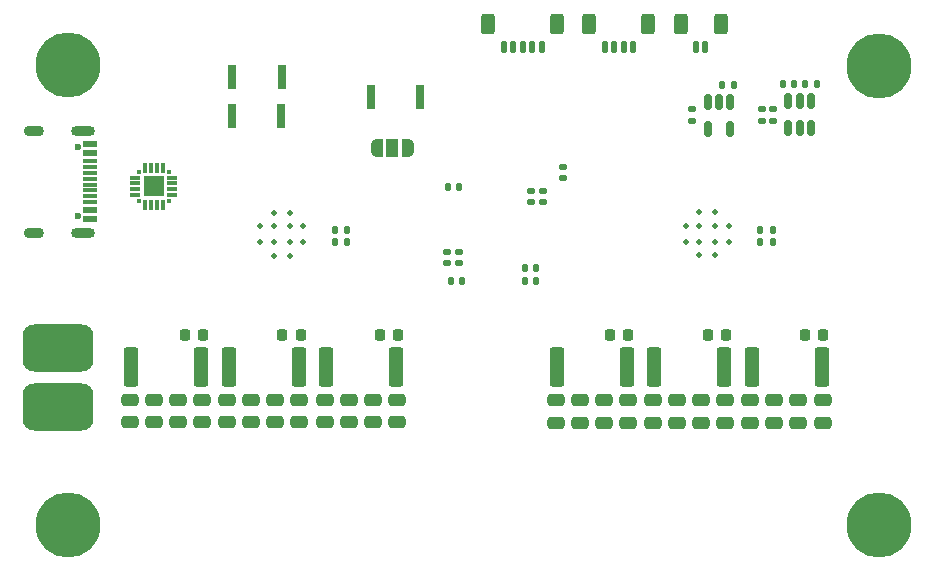
<source format=gbr>
%TF.GenerationSoftware,KiCad,Pcbnew,(6.0.4)*%
%TF.CreationDate,2023-01-05T12:04:56+08:00*%
%TF.ProjectId,FOC_Power,464f435f-506f-4776-9572-2e6b69636164,rev?*%
%TF.SameCoordinates,Original*%
%TF.FileFunction,Soldermask,Bot*%
%TF.FilePolarity,Negative*%
%FSLAX46Y46*%
G04 Gerber Fmt 4.6, Leading zero omitted, Abs format (unit mm)*
G04 Created by KiCad (PCBNEW (6.0.4)) date 2023-01-05 12:04:56*
%MOMM*%
%LPD*%
G01*
G04 APERTURE LIST*
G04 Aperture macros list*
%AMRoundRect*
0 Rectangle with rounded corners*
0 $1 Rounding radius*
0 $2 $3 $4 $5 $6 $7 $8 $9 X,Y pos of 4 corners*
0 Add a 4 corners polygon primitive as box body*
4,1,4,$2,$3,$4,$5,$6,$7,$8,$9,$2,$3,0*
0 Add four circle primitives for the rounded corners*
1,1,$1+$1,$2,$3*
1,1,$1+$1,$4,$5*
1,1,$1+$1,$6,$7*
1,1,$1+$1,$8,$9*
0 Add four rect primitives between the rounded corners*
20,1,$1+$1,$2,$3,$4,$5,0*
20,1,$1+$1,$4,$5,$6,$7,0*
20,1,$1+$1,$6,$7,$8,$9,0*
20,1,$1+$1,$8,$9,$2,$3,0*%
%AMFreePoly0*
4,1,22,0.550000,-0.750000,0.000000,-0.750000,0.000000,-0.745033,-0.079941,-0.743568,-0.215256,-0.701293,-0.333266,-0.622738,-0.424486,-0.514219,-0.481581,-0.384460,-0.499164,-0.250000,-0.500000,-0.250000,-0.500000,0.250000,-0.499164,0.250000,-0.499963,0.256109,-0.478152,0.396186,-0.417904,0.524511,-0.324060,0.630769,-0.204165,0.706417,-0.067858,0.745374,0.000000,0.744959,0.000000,0.750000,
0.550000,0.750000,0.550000,-0.750000,0.550000,-0.750000,$1*%
%AMFreePoly1*
4,1,20,0.000000,0.744959,0.073905,0.744508,0.209726,0.703889,0.328688,0.626782,0.421226,0.519385,0.479903,0.390333,0.500000,0.250000,0.500000,-0.250000,0.499851,-0.262216,0.476331,-0.402017,0.414519,-0.529596,0.319384,-0.634700,0.198574,-0.708877,0.061801,-0.746166,0.000000,-0.745033,0.000000,-0.750000,-0.550000,-0.750000,-0.550000,0.750000,0.000000,0.750000,0.000000,0.744959,
0.000000,0.744959,$1*%
G04 Aperture macros list end*
%ADD10C,0.499999*%
%ADD11RoundRect,1.000000X-2.000000X1.000000X-2.000000X-1.000000X2.000000X-1.000000X2.000000X1.000000X0*%
%ADD12C,5.500000*%
%ADD13RoundRect,0.250000X0.475000X-0.250000X0.475000X0.250000X-0.475000X0.250000X-0.475000X-0.250000X0*%
%ADD14RoundRect,0.147500X-0.172500X0.147500X-0.172500X-0.147500X0.172500X-0.147500X0.172500X0.147500X0*%
%ADD15RoundRect,0.140000X-0.140000X-0.170000X0.140000X-0.170000X0.140000X0.170000X-0.140000X0.170000X0*%
%ADD16RoundRect,0.225000X0.225000X0.250000X-0.225000X0.250000X-0.225000X-0.250000X0.225000X-0.250000X0*%
%ADD17RoundRect,0.140000X0.170000X-0.140000X0.170000X0.140000X-0.170000X0.140000X-0.170000X-0.140000X0*%
%ADD18RoundRect,0.140000X0.140000X0.170000X-0.140000X0.170000X-0.140000X-0.170000X0.140000X-0.170000X0*%
%ADD19R,0.300000X0.300000*%
%ADD20R,0.900000X0.300000*%
%ADD21R,0.300000X0.900000*%
%ADD22R,1.800000X1.800000*%
%ADD23RoundRect,0.125000X-0.125000X-0.375000X0.125000X-0.375000X0.125000X0.375000X-0.125000X0.375000X0*%
%ADD24RoundRect,0.250000X-0.350000X-0.600000X0.350000X-0.600000X0.350000X0.600000X-0.350000X0.600000X0*%
%ADD25RoundRect,0.135000X0.135000X0.185000X-0.135000X0.185000X-0.135000X-0.185000X0.135000X-0.185000X0*%
%ADD26RoundRect,0.150000X-0.150000X0.512500X-0.150000X-0.512500X0.150000X-0.512500X0.150000X0.512500X0*%
%ADD27RoundRect,0.250000X0.362500X1.425000X-0.362500X1.425000X-0.362500X-1.425000X0.362500X-1.425000X0*%
%ADD28RoundRect,0.140000X-0.170000X0.140000X-0.170000X-0.140000X0.170000X-0.140000X0.170000X0.140000X0*%
%ADD29R,0.800000X2.000000*%
%ADD30C,0.600000*%
%ADD31R,1.160000X0.600000*%
%ADD32R,1.160000X0.300000*%
%ADD33O,1.700000X0.900000*%
%ADD34O,2.000000X0.900000*%
%ADD35RoundRect,0.135000X-0.135000X-0.185000X0.135000X-0.185000X0.135000X0.185000X-0.135000X0.185000X0*%
%ADD36FreePoly0,180.000000*%
%ADD37R,1.000000X1.500000*%
%ADD38FreePoly1,180.000000*%
G04 APERTURE END LIST*
D10*
%TO.C,U7*%
X50960000Y-44200000D03*
X50960000Y-42830000D03*
X50960000Y-41690000D03*
X52330000Y-42830000D03*
X49820000Y-44200000D03*
X53470000Y-42830000D03*
X50960000Y-45340000D03*
X52330000Y-41690000D03*
X52330000Y-44200000D03*
X53470000Y-44200000D03*
X52330000Y-45340000D03*
X49820000Y-42830000D03*
%TD*%
D11*
%TO.C,J3*%
X32660000Y-53105000D03*
X32660000Y-58105000D03*
%TD*%
D12*
%TO.C,H2*%
X33505000Y-68125000D03*
%TD*%
D10*
%TO.C,U2*%
X85830000Y-44150000D03*
X89480000Y-44150000D03*
X88340000Y-44150000D03*
X89480000Y-42780000D03*
X88340000Y-41640000D03*
X85830000Y-42780000D03*
X86970000Y-45290000D03*
X86970000Y-44150000D03*
X86970000Y-42780000D03*
X88340000Y-45290000D03*
X86970000Y-41640000D03*
X88340000Y-42780000D03*
%TD*%
D12*
%TO.C,H3*%
X102175000Y-68115000D03*
%TD*%
%TO.C,H4*%
X33495000Y-29205000D03*
%TD*%
%TO.C,H1*%
X102175000Y-29235000D03*
%TD*%
D13*
%TO.C,C42*%
X97425000Y-59465000D03*
X97425000Y-57565000D03*
%TD*%
%TO.C,C63*%
X83055000Y-59475000D03*
X83055000Y-57575000D03*
%TD*%
D14*
%TO.C,D2*%
X75485000Y-37817500D03*
X75485000Y-38787500D03*
%TD*%
D15*
%TO.C,C28*%
X88945000Y-30847500D03*
X89905000Y-30847500D03*
%TD*%
D16*
%TO.C,C39*%
X80990000Y-52045000D03*
X79440000Y-52045000D03*
%TD*%
D17*
%TO.C,C33*%
X86395000Y-33895000D03*
X86395000Y-32935000D03*
%TD*%
D13*
%TO.C,C57*%
X42875000Y-59445000D03*
X42875000Y-57545000D03*
%TD*%
D16*
%TO.C,C54*%
X53230000Y-52045000D03*
X51680000Y-52045000D03*
%TD*%
D13*
%TO.C,C74*%
X53125000Y-59445000D03*
X53125000Y-57545000D03*
%TD*%
%TO.C,C61*%
X80925000Y-59475000D03*
X80925000Y-57575000D03*
%TD*%
%TO.C,C75*%
X59345000Y-59445000D03*
X59345000Y-57545000D03*
%TD*%
D17*
%TO.C,C24*%
X93255000Y-33907500D03*
X93255000Y-32947500D03*
%TD*%
D13*
%TO.C,C66*%
X74845000Y-59475000D03*
X74845000Y-57575000D03*
%TD*%
D18*
%TO.C,C11*%
X66655000Y-39535000D03*
X65695000Y-39535000D03*
%TD*%
D19*
%TO.C,U4*%
X39545000Y-40715000D03*
D20*
X39245000Y-40215000D03*
X39245000Y-39715000D03*
X39245000Y-39215000D03*
X39245000Y-38715000D03*
D19*
X39545000Y-38215000D03*
D21*
X40045000Y-37915000D03*
X40545000Y-37915000D03*
X41045000Y-37915000D03*
X41545000Y-37915000D03*
D19*
X42045000Y-38215000D03*
D20*
X42345000Y-38715000D03*
X42345000Y-39215000D03*
X42345000Y-39715000D03*
X42345000Y-40215000D03*
D19*
X42045000Y-40715000D03*
D21*
X41545000Y-41015000D03*
X41045000Y-41015000D03*
X40545000Y-41015000D03*
X40045000Y-41015000D03*
D22*
X40795000Y-39465000D03*
%TD*%
D13*
%TO.C,C69*%
X57305000Y-59445000D03*
X57305000Y-57545000D03*
%TD*%
%TO.C,C59*%
X44895000Y-59445000D03*
X44895000Y-57545000D03*
%TD*%
D23*
%TO.C,J8*%
X86705000Y-27630724D03*
X87505000Y-27630724D03*
D24*
X85405000Y-25680724D03*
X88805000Y-25680724D03*
%TD*%
D17*
%TO.C,C10*%
X73785000Y-40775000D03*
X73785000Y-39815000D03*
%TD*%
D13*
%TO.C,C68*%
X47025000Y-59445000D03*
X47025000Y-57545000D03*
%TD*%
D25*
%TO.C,R27*%
X57165000Y-44165000D03*
X56145000Y-44165000D03*
%TD*%
D26*
%TO.C,U6*%
X87685000Y-32320000D03*
X88635000Y-32320000D03*
X89585000Y-32320000D03*
X89585000Y-34595000D03*
X87685000Y-34595000D03*
%TD*%
D27*
%TO.C,R5*%
X80837500Y-54775000D03*
X74912500Y-54775000D03*
%TD*%
D13*
%TO.C,C58*%
X61395000Y-59445000D03*
X61395000Y-57545000D03*
%TD*%
D23*
%TO.C,J9*%
X78970000Y-27630724D03*
X79770000Y-27630724D03*
X80570000Y-27630724D03*
X81370000Y-27630724D03*
D24*
X77670000Y-25680724D03*
X82670000Y-25680724D03*
%TD*%
D13*
%TO.C,C67*%
X85085000Y-59475000D03*
X85085000Y-57575000D03*
%TD*%
D28*
%TO.C,C15*%
X65645000Y-45015000D03*
X65645000Y-45975000D03*
%TD*%
D15*
%TO.C,C12*%
X65945000Y-47485000D03*
X66905000Y-47485000D03*
%TD*%
D13*
%TO.C,C65*%
X89155000Y-59475000D03*
X89155000Y-57575000D03*
%TD*%
%TO.C,C56*%
X38825000Y-59445000D03*
X38825000Y-57545000D03*
%TD*%
%TO.C,C62*%
X76865000Y-59475000D03*
X76865000Y-57575000D03*
%TD*%
D17*
%TO.C,C23*%
X92255000Y-33897500D03*
X92255000Y-32937500D03*
%TD*%
%TO.C,C17*%
X72765000Y-40775000D03*
X72765000Y-39815000D03*
%TD*%
D13*
%TO.C,C40*%
X93335000Y-59475000D03*
X93335000Y-57575000D03*
%TD*%
%TO.C,C43*%
X95375000Y-59475000D03*
X95375000Y-57575000D03*
%TD*%
D29*
%TO.C,S1*%
X59150660Y-31855000D03*
X63350660Y-31855000D03*
%TD*%
D13*
%TO.C,C71*%
X55265000Y-59445000D03*
X55265000Y-57545000D03*
%TD*%
D30*
%TO.C,J2*%
X34350000Y-41945000D03*
X34350000Y-36165000D03*
D31*
X35410000Y-42255000D03*
X35410000Y-41455000D03*
D32*
X35410000Y-40305000D03*
X35410000Y-39305000D03*
X35410000Y-38805000D03*
X35410000Y-37805000D03*
D31*
X35410000Y-36655000D03*
X35410000Y-35855000D03*
X35410000Y-35855000D03*
X35410000Y-36655000D03*
D32*
X35410000Y-37305000D03*
X35410000Y-38305000D03*
X35410000Y-39805000D03*
X35410000Y-40805000D03*
D31*
X35410000Y-41455000D03*
X35410000Y-42255000D03*
D33*
X30660000Y-43375000D03*
D34*
X34830000Y-34735000D03*
X34830000Y-43375000D03*
D33*
X30660000Y-34735000D03*
%TD*%
D27*
%TO.C,R34*%
X61315000Y-54785000D03*
X55390000Y-54785000D03*
%TD*%
D16*
%TO.C,C55*%
X44990000Y-52045000D03*
X43440000Y-52045000D03*
%TD*%
%TO.C,C38*%
X89240000Y-52045000D03*
X87690000Y-52045000D03*
%TD*%
D35*
%TO.C,R2*%
X92165000Y-43155000D03*
X93185000Y-43155000D03*
%TD*%
D23*
%TO.C,J7*%
X70435000Y-27630724D03*
X71235000Y-27630724D03*
X72035000Y-27630724D03*
X72835000Y-27630724D03*
X73635000Y-27630724D03*
D24*
X74935000Y-25680724D03*
X69135000Y-25680724D03*
%TD*%
D13*
%TO.C,C60*%
X78895000Y-59475000D03*
X78895000Y-57575000D03*
%TD*%
D15*
%TO.C,C16*%
X72205000Y-47445000D03*
X73165000Y-47445000D03*
%TD*%
D29*
%TO.C,S3*%
X47410660Y-33515000D03*
X51610660Y-33515000D03*
%TD*%
D28*
%TO.C,C14*%
X66665000Y-45015000D03*
X66665000Y-45975000D03*
%TD*%
D36*
%TO.C,JP1*%
X62305000Y-36195000D03*
D37*
X61005000Y-36195000D03*
D38*
X59705000Y-36195000D03*
%TD*%
D15*
%TO.C,C13*%
X72205000Y-46415000D03*
X73165000Y-46415000D03*
%TD*%
D16*
%TO.C,C37*%
X97490000Y-52045000D03*
X95940000Y-52045000D03*
%TD*%
D27*
%TO.C,R7*%
X97337500Y-54775000D03*
X91412500Y-54775000D03*
%TD*%
D29*
%TO.C,S*%
X47416320Y-30185000D03*
X51616320Y-30185000D03*
%TD*%
D27*
%TO.C,R33*%
X53075000Y-54785000D03*
X47150000Y-54785000D03*
%TD*%
%TO.C,R6*%
X89087500Y-54775000D03*
X83162500Y-54775000D03*
%TD*%
D13*
%TO.C,C41*%
X91295000Y-59475000D03*
X91295000Y-57575000D03*
%TD*%
%TO.C,C72*%
X51095000Y-59445000D03*
X51095000Y-57545000D03*
%TD*%
%TO.C,C64*%
X87115000Y-59475000D03*
X87115000Y-57575000D03*
%TD*%
%TO.C,C73*%
X49065000Y-59445000D03*
X49065000Y-57545000D03*
%TD*%
D35*
%TO.C,R15*%
X95915000Y-30795000D03*
X96935000Y-30795000D03*
%TD*%
D26*
%TO.C,U3*%
X94535000Y-32250000D03*
X95485000Y-32250000D03*
X96435000Y-32250000D03*
X96435000Y-34525000D03*
X95485000Y-34525000D03*
X94535000Y-34525000D03*
%TD*%
D35*
%TO.C,R28*%
X56145000Y-43145000D03*
X57165000Y-43145000D03*
%TD*%
D18*
%TO.C,C26*%
X94995000Y-30805000D03*
X94035000Y-30805000D03*
%TD*%
D25*
%TO.C,R1*%
X93185000Y-44175000D03*
X92165000Y-44175000D03*
%TD*%
D13*
%TO.C,C70*%
X40855000Y-59445000D03*
X40855000Y-57545000D03*
%TD*%
D16*
%TO.C,C53*%
X61460000Y-52055000D03*
X59910000Y-52055000D03*
%TD*%
D27*
%TO.C,R32*%
X44835000Y-54785000D03*
X38910000Y-54785000D03*
%TD*%
M02*

</source>
